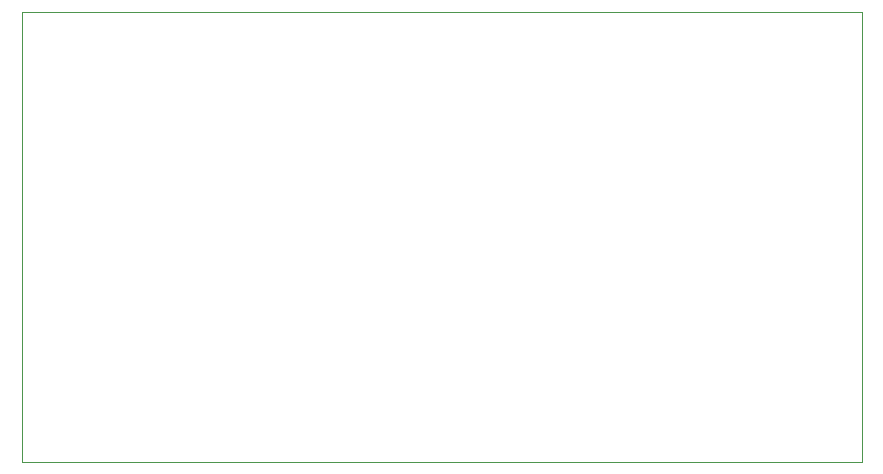
<source format=gbr>
%TF.GenerationSoftware,KiCad,Pcbnew,7.0.10*%
%TF.CreationDate,2025-06-10T16:40:00+09:00*%
%TF.ProjectId,Relay_Switch,52656c61-795f-4537-9769-7463682e6b69,rev?*%
%TF.SameCoordinates,Original*%
%TF.FileFunction,Profile,NP*%
%FSLAX46Y46*%
G04 Gerber Fmt 4.6, Leading zero omitted, Abs format (unit mm)*
G04 Created by KiCad (PCBNEW 7.0.10) date 2025-06-10 16:40:00*
%MOMM*%
%LPD*%
G01*
G04 APERTURE LIST*
%TA.AperFunction,Profile*%
%ADD10C,0.100000*%
%TD*%
G04 APERTURE END LIST*
D10*
X116840000Y-93980000D02*
X187960000Y-93980000D01*
X187960000Y-132080000D01*
X116840000Y-132080000D01*
X116840000Y-93980000D01*
M02*

</source>
